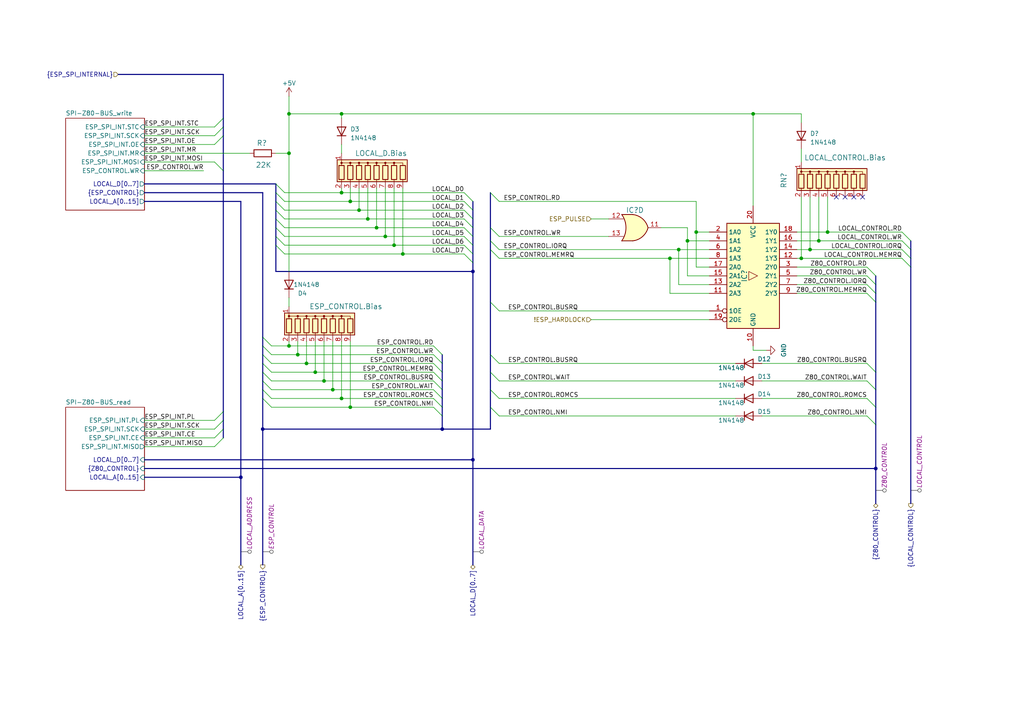
<source format=kicad_sch>
(kicad_sch (version 20230121) (generator eeschema)
  (paper "A4")
  (title_block (title "FujiNet Z80Bus reference design") (date "2023-05-13") (rev "0.1") (company "FujiNet") (comment 2 "SPI Bus to couple the ESP32 to the Local Bus and Z80 Bus"))
  (lib_symbols
    (symbol "74xx:74HC244"
      (property "Reference" "U" (at -7.62 16.51 0))
      (property "Value" "74HC244" (at -7.62 -16.51 0))
      (symbol "74HC244_1_0"
        (polyline (pts (xy 1.27 0) (xy -1.27 1.27) (xy -1.27 -1.27) (xy 1.27 0)) (stroke (width 0.1524)))
        (pin input inverted (at -12.7 -10.16 0) (length 5.08) (name "1OE") (number "1"))
        (pin power_in line (at 0 -20.32 90) (length 5.08) (name "GND") (number "10"))
        (pin input line (at -12.7 -5.08 0) (length 5.08) (name "2A3") (number "11"))
        (pin tri_state line (at 12.7 5.08 180) (length 5.08) (name "1Y3") (number "12"))
        (pin input line (at -12.7 -2.54 0) (length 5.08) (name "2A2") (number "13"))
        (pin tri_state line (at 12.7 7.62 180) (length 5.08) (name "1Y2") (number "14"))
        (pin input line (at -12.7 0 0) (length 5.08) (name "2A1") (number "15"))
        (pin tri_state line (at 12.7 10.16 180) (length 5.08) (name "1Y1") (number "16"))
        (pin input line (at -12.7 2.54 0) (length 5.08) (name "2A0") (number "17"))
        (pin tri_state line (at 12.7 12.7 180) (length 5.08) (name "1Y0") (number "18"))
        (pin input inverted (at -12.7 -12.7 0) (length 5.08) (name "2OE") (number "19"))
        (pin input line (at -12.7 12.7 0) (length 5.08) (name "1A0") (number "2"))
        (pin power_in line (at 0 20.32 270) (length 5.08) (name "VCC") (number "20"))
        (pin tri_state line (at 12.7 2.54 180) (length 5.08) (name "2Y0") (number "3"))
        (pin input line (at -12.7 10.16 0) (length 5.08) (name "1A1") (number "4"))
        (pin tri_state line (at 12.7 0 180) (length 5.08) (name "2Y1") (number "5"))
        (pin input line (at -12.7 7.62 0) (length 5.08) (name "1A2") (number "6"))
        (pin tri_state line (at 12.7 -2.54 180) (length 5.08) (name "2Y2") (number "7"))
        (pin input line (at -12.7 5.08 0) (length 5.08) (name "1A3") (number "8"))
        (pin tri_state line (at 12.7 -5.08 180) (length 5.08) (name "2Y3") (number "9"))
      )
      (symbol "74HC244_1_1"
        (rectangle (start -7.62 15.24) (end 7.62 -15.24) (stroke (width 0.254)) (fill (type background)))
      )
    )
    (symbol "74xx:74LS32" (pin_names (offset 1.016))
      (property "Reference" "U" (at 0 1.27 0))
      (property "Value" "74LS32" (at 0 -1.27 0))
      (symbol "74LS32_1_1"
        (arc (start -3.81 -3.81) (mid -2.589 0) (end -3.81 3.81) (stroke (width 0.254)))
        (arc (start -0.6096 -3.81) (mid 2.1842 -2.5851) (end 3.81 0) (stroke (width 0.254)) (fill (type background)))
        (polyline (pts (xy -3.81 -3.81) (xy -0.635 -3.81)) (stroke (width 0.254)) (fill (type background)))
        (polyline (pts (xy -3.81 3.81) (xy -0.635 3.81)) (stroke (width 0.254)) (fill (type background)))
        (polyline (pts (xy -0.635 3.81) (xy -3.81 3.81) (xy -3.81 3.81) (xy -3.556 3.4036) (xy -3.0226 2.2606) (xy -2.6924 1.0414) (xy -2.6162 -0.254) (xy -2.7686 -1.4986) (xy -3.175 -2.7178) (xy -3.81 -3.81) (xy -3.81 -3.81) (xy -0.635 -3.81)) (stroke (width -25.4)) (fill (type background)))
        (arc (start 3.81 0) (mid 2.1915 2.5936) (end -0.6096 3.81) (stroke (width 0.254)) (fill (type background)))
        (pin input line (at -7.62 2.54 0) (length 4.318) (name "~") (number "1"))
        (pin input line (at -7.62 -2.54 0) (length 4.318) (name "~") (number "2"))
        (pin output line (at 7.62 0 180) (length 3.81) (name "~") (number "3"))
      )
      (symbol "74LS32_1_2"
        (arc (start 0 -3.81) (mid 3.7934 0) (end 0 3.81) (stroke (width 0.254)) (fill (type background)))
        (polyline (pts (xy 0 3.81) (xy -3.81 3.81) (xy -3.81 -3.81) (xy 0 -3.81)) (stroke (width 0.254)) (fill (type background)))
        (pin input inverted (at -7.62 2.54 0) (length 3.81) (name "~") (number "1"))
        (pin input inverted (at -7.62 -2.54 0) (length 3.81) (name "~") (number "2"))
        (pin output inverted (at 7.62 0 180) (length 3.81) (name "~") (number "3"))
      )
      (symbol "74LS32_2_1"
        (arc (start -3.81 -3.81) (mid -2.589 0) (end -3.81 3.81) (stroke (width 0.254)))
        (arc (start -0.6096 -3.81) (mid 2.1842 -2.5851) (end 3.81 0) (stroke (width 0.254)) (fill (type background)))
        (polyline (pts (xy -3.81 -3.81) (xy -0.635 -3.81)) (stroke (width 0.254)) (fill (type background)))
        (polyline (pts (xy -3.81 3.81) (xy -0.635 3.81)) (stroke (width 0.254)) (fill (type background)))
        (polyline (pts (xy -0.635 3.81) (xy -3.81 3.81) (xy -3.81 3.81) (xy -3.556 3.4036) (xy -3.0226 2.2606) (xy -2.6924 1.0414) (xy -2.6162 -0.254) (xy -2.7686 -1.4986) (xy -3.175 -2.7178) (xy -3.81 -3.81) (xy -3.81 -3.81) (xy -0.635 -3.81)) (stroke (width -25.4)) (fill (type background)))
        (arc (start 3.81 0) (mid 2.1915 2.5936) (end -0.6096 3.81) (stroke (width 0.254)) (fill (type background)))
        (pin input line (at -7.62 2.54 0) (length 4.318) (name "~") (number "4"))
        (pin input line (at -7.62 -2.54 0) (length 4.318) (name "~") (number "5"))
        (pin output line (at 7.62 0 180) (length 3.81) (name "~") (number "6"))
      )
      (symbol "74LS32_2_2"
        (arc (start 0 -3.81) (mid 3.7934 0) (end 0 3.81) (stroke (width 0.254)) (fill (type background)))
        (polyline (pts (xy 0 3.81) (xy -3.81 3.81) (xy -3.81 -3.81) (xy 0 -3.81)) (stroke (width 0.254)) (fill (type background)))
        (pin input inverted (at -7.62 2.54 0) (length 3.81) (name "~") (number "4"))
        (pin input inverted (at -7.62 -2.54 0) (length 3.81) (name "~") (number "5"))
        (pin output inverted (at 7.62 0 180) (length 3.81) (name "~") (number "6"))
      )
      (symbol "74LS32_3_1"
        (arc (start -3.81 -3.81) (mid -2.589 0) (end -3.81 3.81) (stroke (width 0.254)))
        (arc (start -0.6096 -3.81) (mid 2.1842 -2.5851) (end 3.81 0) (stroke (width 0.254)) (fill (type background)))
        (polyline (pts (xy -3.81 -3.81) (xy -0.635 -3.81)) (stroke (width 0.254)) (fill (type background)))
        (polyline (pts (xy -3.81 3.81) (xy -0.635 3.81)) (stroke (width 0.254)) (fill (type background)))
        (polyline (pts (xy -0.635 3.81) (xy -3.81 3.81) (xy -3.81 3.81) (xy -3.556 3.4036) (xy -3.0226 2.2606) (xy -2.6924 1.0414) (xy -2.6162 -0.254) (xy -2.7686 -1.4986) (xy -3.175 -2.7178) (xy -3.81 -3.81) (xy -3.81 -3.81) (xy -0.635 -3.81)) (stroke (width -25.4)) (fill (type background)))
        (arc (start 3.81 0) (mid 2.1915 2.5936) (end -0.6096 3.81) (stroke (width 0.254)) (fill (type background)))
        (pin input line (at -7.62 -2.54 0) (length 4.318) (name "~") (number "10"))
        (pin output line (at 7.62 0 180) (length 3.81) (name "~") (number "8"))
        (pin input line (at -7.62 2.54 0) (length 4.318) (name "~") (number "9"))
      )
      (symbol "74LS32_3_2"
        (arc (start 0 -3.81) (mid 3.7934 0) (end 0 3.81) (stroke (width 0.254)) (fill (type background)))
        (polyline (pts (xy 0 3.81) (xy -3.81 3.81) (xy -3.81 -3.81) (xy 0 -3.81)) (stroke (width 0.254)) (fill (type background)))
        (pin input inverted (at -7.62 -2.54 0) (length 3.81) (name "~") (number "10"))
        (pin output inverted (at 7.62 0 180) (length 3.81) (name "~") (number "8"))
        (pin input inverted (at -7.62 2.54 0) (length 3.81) (name "~") (number "9"))
      )
      (symbol "74LS32_4_1"
        (arc (start -3.81 -3.81) (mid -2.589 0) (end -3.81 3.81) (stroke (width 0.254)))
        (arc (start -0.6096 -3.81) (mid 2.1842 -2.5851) (end 3.81 0) (stroke (width 0.254)) (fill (type background)))
        (polyline (pts (xy -3.81 -3.81) (xy -0.635 -3.81)) (stroke (width 0.254)) (fill (type background)))
        (polyline (pts (xy -3.81 3.81) (xy -0.635 3.81)) (stroke (width 0.254)) (fill (type background)))
        (polyline (pts (xy -0.635 3.81) (xy -3.81 3.81) (xy -3.81 3.81) (xy -3.556 3.4036) (xy -3.0226 2.2606) (xy -2.6924 1.0414) (xy -2.6162 -0.254) (xy -2.7686 -1.4986) (xy -3.175 -2.7178) (xy -3.81 -3.81) (xy -3.81 -3.81) (xy -0.635 -3.81)) (stroke (width -25.4)) (fill (type background)))
        (arc (start 3.81 0) (mid 2.1915 2.5936) (end -0.6096 3.81) (stroke (width 0.254)) (fill (type background)))
        (pin output line (at 7.62 0 180) (length 3.81) (name "~") (number "11"))
        (pin input line (at -7.62 2.54 0) (length 4.318) (name "~") (number "12"))
        (pin input line (at -7.62 -2.54 0) (length 4.318) (name "~") (number "13"))
      )
      (symbol "74LS32_4_2"
        (arc (start 0 -3.81) (mid 3.7934 0) (end 0 3.81) (stroke (width 0.254)) (fill (type background)))
        (polyline (pts (xy 0 3.81) (xy -3.81 3.81) (xy -3.81 -3.81) (xy 0 -3.81)) (stroke (width 0.254)) (fill (type background)))
        (pin output inverted (at 7.62 0 180) (length 3.81) (name "~") (number "11"))
        (pin input inverted (at -7.62 2.54 0) (length 3.81) (name "~") (number "12"))
        (pin input inverted (at -7.62 -2.54 0) (length 3.81) (name "~") (number "13"))
      )
      (symbol "74LS32_5_0"
        (pin power_in line (at 0 12.7 270) (length 5.08) (name "VCC") (number "14"))
        (pin power_in line (at 0 -12.7 90) (length 5.08) (name "GND") (number "7"))
      )
      (symbol "74LS32_5_1"
        (rectangle (start -5.08 7.62) (end 5.08 -7.62) (stroke (width 0.254)) (fill (type background)))
      )
    )
    (symbol "Device:D" (pin_numbers hide) (pin_names (offset 1.016) hide)
      (property "Reference" "D" (at 0 2.54 0))
      (property "Value" "D" (at 0 -2.54 0))
      (symbol "D_0_1"
        (polyline (pts (xy -1.27 1.27) (xy -1.27 -1.27)) (stroke (width 0.254)))
        (polyline (pts (xy 1.27 0) (xy -1.27 0)))
        (polyline (pts (xy 1.27 1.27) (xy 1.27 -1.27) (xy -1.27 0) (xy 1.27 1.27)) (stroke (width 0.254)))
      )
      (symbol "D_1_1"
        (pin passive line (at -3.81 0 0) (length 2.54) (name "K") (number "1"))
        (pin passive line (at 3.81 0 180) (length 2.54) (name "A") (number "2"))
      )
    )
    (symbol "Device:R" (pin_numbers hide) (pin_names (offset 0))
      (property "Reference" "R" (at 2.032 0 90))
      (property "Value" "R" (at 0 0 90))
      (symbol "R_0_1"
        (rectangle (start -1.016 -2.54) (end 1.016 2.54) (stroke (width 0.254)))
      )
      (symbol "R_1_1"
        (pin passive line (at 0 3.81 270) (length 1.27) (name "~") (number "1"))
        (pin passive line (at 0 -3.81 90) (length 1.27) (name "~") (number "2"))
      )
    )
    (symbol "Device:R_Network08" (pin_names (offset 0) hide)
      (property "Reference" "RN" (at -12.7 0 90))
      (property "Value" "R_Network08" (at 10.16 0 90))
      (symbol "R_Network08_0_1"
        (rectangle (start -11.43 -3.175) (end 8.89 3.175) (stroke (width 0.254)) (fill (type background)))
        (rectangle (start -10.922 1.524) (end -9.398 -2.54) (stroke (width 0.254)))
        (circle (center -10.16 2.286) (radius 0.254) (fill (type outline)))
        (rectangle (start -8.382 1.524) (end -6.858 -2.54) (stroke (width 0.254)))
        (circle (center -7.62 2.286) (radius 0.254) (fill (type outline)))
        (rectangle (start -5.842 1.524) (end -4.318 -2.54) (stroke (width 0.254)))
        (circle (center -5.08 2.286) (radius 0.254) (fill (type outline)))
        (rectangle (start -3.302 1.524) (end -1.778 -2.54) (stroke (width 0.254)))
        (circle (center -2.54 2.286) (radius 0.254) (fill (type outline)))
        (rectangle (start -0.762 1.524) (end 0.762 -2.54) (stroke (width 0.254)))
        (polyline (pts (xy -10.16 -2.54) (xy -10.16 -3.81)))
        (polyline (pts (xy -7.62 -2.54) (xy -7.62 -3.81)))
        (polyline (pts (xy -5.08 -2.54) (xy -5.08 -3.81)))
        (polyline (pts (xy -2.54 -2.54) (xy -2.54 -3.81)))
        (polyline (pts (xy 0 -2.54) (xy 0 -3.81)))
        (polyline (pts (xy 2.54 -2.54) (xy 2.54 -3.81)))
        (polyline (pts (xy 5.08 -2.54) (xy 5.08 -3.81)))
        (polyline (pts (xy 7.62 -2.54) (xy 7.62 -3.81)))
        (polyline (pts (xy -10.16 1.524) (xy -10.16 2.286) (xy -7.62 2.286) (xy -7.62 1.524)))
        (polyline (pts (xy -7.62 1.524) (xy -7.62 2.286) (xy -5.08 2.286) (xy -5.08 1.524)))
        (polyline (pts (xy -5.08 1.524) (xy -5.08 2.286) (xy -2.54 2.286) (xy -2.54 1.524)))
        (polyline (pts (xy -2.54 1.524) (xy -2.54 2.286) (xy 0 2.286) (xy 0 1.524)))
        (polyline (pts (xy 0 1.524) (xy 0 2.286) (xy 2.54 2.286) (xy 2.54 1.524)))
        (polyline (pts (xy 2.54 1.524) (xy 2.54 2.286) (xy 5.08 2.286) (xy 5.08 1.524)))
        (polyline (pts (xy 5.08 1.524) (xy 5.08 2.286) (xy 7.62 2.286) (xy 7.62 1.524)))
        (circle (center 0 2.286) (radius 0.254) (fill (type outline)))
        (rectangle (start 1.778 1.524) (end 3.302 -2.54) (stroke (width 0.254)))
        (circle (center 2.54 2.286) (radius 0.254) (fill (type outline)))
        (rectangle (start 4.318 1.524) (end 5.842 -2.54) (stroke (width 0.254)))
        (circle (center 5.08 2.286) (radius 0.254) (fill (type outline)))
        (rectangle (start 6.858 1.524) (end 8.382 -2.54) (stroke (width 0.254)))
      )
      (symbol "R_Network08_1_1"
        (pin passive line (at -10.16 5.08 270) (length 2.54) (name "common") (number "1"))
        (pin passive line (at -10.16 -5.08 90) (length 1.27) (name "R1") (number "2"))
        (pin passive line (at -7.62 -5.08 90) (length 1.27) (name "R2") (number "3"))
        (pin passive line (at -5.08 -5.08 90) (length 1.27) (name "R3") (number "4"))
        (pin passive line (at -2.54 -5.08 90) (length 1.27) (name "R4") (number "5"))
        (pin passive line (at 0 -5.08 90) (length 1.27) (name "R5") (number "6"))
        (pin passive line (at 2.54 -5.08 90) (length 1.27) (name "R6") (number "7"))
        (pin passive line (at 5.08 -5.08 90) (length 1.27) (name "R7") (number "8"))
        (pin passive line (at 7.62 -5.08 90) (length 1.27) (name "R8") (number "9"))
      )
    )
    (symbol "power:+5V" (power) (pin_names (offset 0))
      (property "Value" "+5V" (at 0 3.556 0))
      (symbol "+5V_0_1"
        (polyline (pts (xy -0.762 1.27) (xy 0 2.54)))
        (polyline (pts (xy 0 0) (xy 0 2.54)))
        (polyline (pts (xy 0 2.54) (xy 0.762 1.27)))
      )
      (symbol "+5V_1_1"
        (pin power_in line (at 0 0 90) (length 0) hide (name "+5V") (number "1"))
      )
    )
    (symbol "power:GND" (power) (pin_names (offset 0))
      (property "Value" "GND" (at 0 -3.81 0))
      (symbol "GND_0_1"
        (polyline (pts (xy 0 0) (xy 0 -1.27) (xy 1.27 -1.27) (xy 0 -2.54) (xy -1.27 -1.27) (xy 0 -1.27)))
      )
      (symbol "GND_1_1"
        (pin power_in line (at 0 0 270) (length 0) hide (name "GND") (number "1"))
      )
    )
  )
  (bus_alias "ESP_SPI_INTERNAL" (members "ESP_SPI_INT.MOSI" "ESP_SPI_INT.SCK" "ESP_SPI_INT.MR" "ESP_SPI_INT.STC" "ESP_SPI_INT.CE" "ESP_SPI_INT.PL" "ESP_SPI_INT.MISO" "ESP_SPI_INT.OE" ""))
  (bus_alias "LOCAL_CONTROL" (members "LOCAL_CONTROL.RD" "LOCAL_CONTROL.WR" "LOCAL_CONTROL.IORQ" "LOCAL_CONTROL.MEMRQ"))
  (bus_alias "ESP_CONTROL" (members "ESP_CONTROL.RD" "ESP_CONTROL.WR" "ESP_CONTROL.IORQ" "ESP_CONTROL.MEMRQ" "ESP_CONTROL.BUSRQ" "ESP_CONTROL.WAIT" "ESP_CONTROL.ROMCS" "ESP_CONTROL.NMI"))
  (junction (at 99.06 55.88))
  (junction (at 116.84 73.66))
  (junction (at 101.6 58.42))
  (junction (at 83.82 100.33))
  (junction (at 114.3 71.12))
  (junction (at 101.6 118.11))
  (junction (at 194.31 74.93))
  (junction (at 69.85 138.43))
  (junction (at 96.52 113.03))
  (junction (at 201.93 67.31))
  (junction (at 83.82 44.45))
  (junction (at 88.9 105.41))
  (junction (at 234.95 72.39))
  (junction (at 106.68 63.5))
  (junction (at 99.06 33.02))
  (junction (at 196.85 72.39))
  (junction (at 199.39 69.85))
  (junction (at 137.16 78.74))
  (junction (at 104.14 60.96))
  (junction (at 109.22 66.04))
  (junction (at 111.76 68.58))
  (junction (at 76.2 124.46))
  (junction (at 93.98 110.49))
  (junction (at 240.03 67.31))
  (junction (at 137.16 133.35))
  (junction (at 232.41 74.93))
  (junction (at 99.06 115.57))
  (junction (at 86.36 102.87))
  (junction (at 237.49 69.85))
  (junction (at 91.44 107.95))
  (junction (at 218.44 33.02))
  (junction (at 254 135.89))
  (junction (at 128.27 124.46))
  (junction (at 83.82 33.02))
  (no_connect (at 250.19 57.15))
  (no_connect (at 245.11 57.15))
  (no_connect (at 247.65 57.15))
  (no_connect (at 242.57 57.15))
  (bus_entry (at 62.23 127) (size 2.54 -2.54))
  (bus_entry (at 80.01 63.5) (size 2.54 2.54))
  (bus_entry (at 134.62 73.66) (size 2.54 2.54))
  (bus_entry (at 76.2 97.79) (size 2.54 2.54))
  (bus_entry (at 251.46 82.55) (size 2.54 2.54))
  (bus_entry (at 76.2 110.49) (size 2.54 2.54))
  (bus_entry (at 142.24 107.95) (size 2.54 2.54))
  (bus_entry (at 134.62 66.04) (size 2.54 2.54))
  (bus_entry (at 76.2 105.41) (size 2.54 2.54))
  (bus_entry (at 251.46 105.41) (size 2.54 2.54))
  (bus_entry (at 142.24 87.63) (size 2.54 2.54))
  (bus_entry (at 80.01 71.12) (size 2.54 2.54))
  (bus_entry (at 125.73 100.33) (size 2.54 2.54))
  (bus_entry (at 125.73 110.49) (size 2.54 2.54))
  (bus_entry (at 80.01 68.58) (size 2.54 2.54))
  (bus_entry (at 261.62 74.93) (size 2.54 2.54))
  (bus_entry (at 261.62 69.85) (size 2.54 2.54))
  (bus_entry (at 142.24 55.88) (size 2.54 2.54))
  (bus_entry (at 80.01 58.42) (size 2.54 2.54))
  (bus_entry (at 125.73 118.11) (size 2.54 2.54))
  (bus_entry (at 142.24 66.04) (size 2.54 2.54))
  (bus_entry (at 134.62 58.42) (size 2.54 2.54))
  (bus_entry (at 125.73 105.41) (size 2.54 2.54))
  (bus_entry (at 261.62 72.39) (size 2.54 2.54))
  (bus_entry (at 251.46 77.47) (size 2.54 2.54))
  (bus_entry (at 62.23 129.54) (size 2.54 -2.54))
  (bus_entry (at 142.24 69.85) (size 2.54 2.54))
  (bus_entry (at 62.23 121.92) (size 2.54 -2.54))
  (bus_entry (at 134.62 55.88) (size 2.54 2.54))
  (bus_entry (at 142.24 118.11) (size 2.54 2.54))
  (bus_entry (at 134.62 71.12) (size 2.54 2.54))
  (bus_entry (at 125.73 107.95) (size 2.54 2.54))
  (bus_entry (at 64.77 34.29) (size -2.54 2.54))
  (bus_entry (at 80.01 53.34) (size 2.54 2.54))
  (bus_entry (at 80.01 66.04) (size 2.54 2.54))
  (bus_entry (at 80.01 60.96) (size 2.54 2.54))
  (bus_entry (at 251.46 80.01) (size 2.54 2.54))
  (bus_entry (at 76.2 115.57) (size 2.54 2.54))
  (bus_entry (at 251.46 115.57) (size 2.54 2.54))
  (bus_entry (at 261.62 67.31) (size 2.54 2.54))
  (bus_entry (at 76.2 102.87) (size 2.54 2.54))
  (bus_entry (at 142.24 72.39) (size 2.54 2.54))
  (bus_entry (at 62.23 124.46) (size 2.54 -2.54))
  (bus_entry (at 125.73 115.57) (size 2.54 2.54))
  (bus_entry (at 134.62 60.96) (size 2.54 2.54))
  (bus_entry (at 76.2 107.95) (size 2.54 2.54))
  (bus_entry (at 134.62 63.5) (size 2.54 2.54))
  (bus_entry (at 64.77 36.83) (size -2.54 2.54))
  (bus_entry (at 142.24 102.87) (size 2.54 2.54))
  (bus_entry (at 125.73 102.87) (size 2.54 2.54))
  (bus_entry (at 134.62 68.58) (size 2.54 2.54))
  (bus_entry (at 76.2 100.33) (size 2.54 2.54))
  (bus_entry (at 251.46 85.09) (size 2.54 2.54))
  (bus_entry (at 125.73 113.03) (size 2.54 2.54))
  (bus_entry (at 76.2 113.03) (size 2.54 2.54))
  (bus_entry (at 142.24 113.03) (size 2.54 2.54))
  (bus_entry (at 64.77 39.37) (size -2.54 2.54))
  (bus_entry (at 251.46 110.49) (size 2.54 2.54))
  (bus_entry (at 62.23 46.99) (size 2.54 2.54))
  (bus_entry (at 251.46 120.65) (size 2.54 2.54))
  (bus_entry (at 80.01 55.88) (size 2.54 2.54))
  (wire (pts (xy 96.52 99.06) (xy 96.52 113.03)))
  (bus (pts (xy 264.16 77.47) (xy 264.16 146.05)))
  (wire (pts (xy 41.91 129.54) (xy 62.23 129.54)))
  (wire (pts (xy 222.25 101.6) (xy 218.44 101.6)))
  (bus (pts (xy 76.2 124.46) (xy 76.2 163.83)))
  (bus (pts (xy 254 146.05) (xy 254 135.89)))
  (bus (pts (xy 142.24 118.11) (xy 142.24 124.46)))
  (bus (pts (xy 80.01 71.12) (xy 80.01 78.74)))
  (bus (pts (xy 254 123.19) (xy 254 118.11)))
  (bus (pts (xy 76.2 100.33) (xy 76.2 102.87)))
  (bus (pts (xy 76.2 105.41) (xy 76.2 107.95)))
  (wire (pts (xy 199.39 69.85) (xy 205.74 69.85)))
  (wire (pts (xy 116.84 73.66) (xy 116.84 54.61)))
  (wire (pts (xy 99.06 115.57) (xy 125.73 115.57)))
  (wire (pts (xy 93.98 99.06) (xy 93.98 110.49)))
  (wire (pts (xy 109.22 66.04) (xy 109.22 54.61)))
  (bus (pts (xy 64.77 124.46) (xy 64.77 127)))
  (bus (pts (xy 41.91 53.34) (xy 80.01 53.34)))
  (wire (pts (xy 93.98 110.49) (xy 78.74 110.49)))
  (bus (pts (xy 76.2 97.79) (xy 76.2 100.33)))
  (wire (pts (xy 82.55 63.5) (xy 106.68 63.5)))
  (wire (pts (xy 114.3 71.12) (xy 114.3 54.61)))
  (wire (pts (xy 194.31 85.09) (xy 194.31 74.93)))
  (wire (pts (xy 231.14 77.47) (xy 251.46 77.47)))
  (wire (pts (xy 104.14 60.96) (xy 104.14 54.61)))
  (wire (pts (xy 83.82 33.02) (xy 83.82 44.45)))
  (wire (pts (xy 196.85 82.55) (xy 205.74 82.55)))
  (wire (pts (xy 144.78 105.41) (xy 213.36 105.41)))
  (wire (pts (xy 101.6 118.11) (xy 125.73 118.11)))
  (bus (pts (xy 41.91 55.88) (xy 76.2 55.88)))
  (wire (pts (xy 99.06 115.57) (xy 78.74 115.57)))
  (wire (pts (xy 82.55 60.96) (xy 104.14 60.96)))
  (wire (pts (xy 82.55 55.88) (xy 99.06 55.88)))
  (bus (pts (xy 128.27 110.49) (xy 128.27 113.03)))
  (wire (pts (xy 134.62 73.66) (xy 116.84 73.66)))
  (bus (pts (xy 137.16 71.12) (xy 137.16 73.66)))
  (bus (pts (xy 76.2 102.87) (xy 76.2 105.41)))
  (wire (pts (xy 196.85 72.39) (xy 205.74 72.39)))
  (bus (pts (xy 41.91 135.89) (xy 254 135.89)))
  (wire (pts (xy 59.055 49.53) (xy 41.91 49.53)))
  (wire (pts (xy 234.95 72.39) (xy 234.95 57.15)))
  (bus (pts (xy 137.16 78.74) (xy 137.16 133.35)))
  (wire (pts (xy 83.82 99.06) (xy 83.82 100.33)))
  (wire (pts (xy 194.31 85.09) (xy 205.74 85.09)))
  (bus (pts (xy 137.16 76.2) (xy 137.16 78.74)))
  (bus (pts (xy 128.27 102.87) (xy 128.27 105.41)))
  (wire (pts (xy 231.14 67.31) (xy 240.03 67.31)))
  (bus (pts (xy 41.91 138.43) (xy 69.85 138.43)))
  (wire (pts (xy 196.85 82.55) (xy 196.85 72.39)))
  (wire (pts (xy 96.52 113.03) (xy 78.74 113.03)))
  (wire (pts (xy 240.03 67.31) (xy 261.62 67.31)))
  (bus (pts (xy 137.16 58.42) (xy 137.16 60.96)))
  (wire (pts (xy 144.78 110.49) (xy 213.36 110.49)))
  (bus (pts (xy 137.16 60.96) (xy 137.16 63.5)))
  (wire (pts (xy 144.78 90.17) (xy 205.74 90.17)))
  (wire (pts (xy 199.39 80.01) (xy 199.39 69.85)))
  (bus (pts (xy 137.16 66.04) (xy 137.16 68.58)))
  (wire (pts (xy 41.91 36.83) (xy 62.23 36.83)))
  (wire (pts (xy 101.6 99.06) (xy 101.6 118.11)))
  (bus (pts (xy 69.85 138.43) (xy 69.85 163.83)))
  (bus (pts (xy 76.2 107.95) (xy 76.2 110.49)))
  (wire (pts (xy 237.49 69.85) (xy 237.49 57.15)))
  (wire (pts (xy 93.98 110.49) (xy 125.73 110.49)))
  (wire (pts (xy 83.82 27.94) (xy 83.82 33.02)))
  (wire (pts (xy 232.41 74.93) (xy 261.62 74.93)))
  (bus (pts (xy 80.01 78.74) (xy 137.16 78.74)))
  (wire (pts (xy 240.03 67.31) (xy 240.03 57.15)))
  (bus (pts (xy 142.24 69.85) (xy 142.24 72.39)))
  (wire (pts (xy 220.98 110.49) (xy 251.46 110.49)))
  (wire (pts (xy 144.78 115.57) (xy 213.36 115.57)))
  (wire (pts (xy 91.44 107.95) (xy 78.74 107.95)))
  (wire (pts (xy 99.06 41.91) (xy 99.06 44.45)))
  (wire (pts (xy 144.78 68.58) (xy 176.53 68.58)))
  (bus (pts (xy 142.24 113.03) (xy 142.24 118.11)))
  (bus (pts (xy 69.85 58.42) (xy 69.85 138.43)))
  (bus (pts (xy 64.77 36.83) (xy 64.77 39.37)))
  (wire (pts (xy 218.44 33.02) (xy 218.44 59.69)))
  (bus (pts (xy 128.27 118.11) (xy 128.27 120.65)))
  (wire (pts (xy 220.98 115.57) (xy 251.46 115.57)))
  (wire (pts (xy 86.36 102.87) (xy 86.36 99.06)))
  (bus (pts (xy 80.01 66.04) (xy 80.01 68.58)))
  (bus (pts (xy 128.27 115.57) (xy 128.27 118.11)))
  (bus (pts (xy 128.27 120.65) (xy 128.27 124.46)))
  (wire (pts (xy 83.82 44.45) (xy 83.82 78.74)))
  (bus (pts (xy 254 87.63) (xy 254 107.95)))
  (wire (pts (xy 82.55 66.04) (xy 109.22 66.04)))
  (wire (pts (xy 99.06 54.61) (xy 99.06 55.88)))
  (bus (pts (xy 76.2 115.57) (xy 76.2 124.46)))
  (wire (pts (xy 106.68 63.5) (xy 106.68 54.61)))
  (bus (pts (xy 142.24 55.88) (xy 142.24 66.04)))
  (bus (pts (xy 64.77 49.53) (xy 64.77 119.38)))
  (bus (pts (xy 142.24 107.95) (xy 142.24 113.03)))
  (wire (pts (xy 199.39 80.01) (xy 205.74 80.01)))
  (bus (pts (xy 80.01 58.42) (xy 80.01 60.96)))
  (wire (pts (xy 88.9 105.41) (xy 125.73 105.41)))
  (wire (pts (xy 201.93 67.31) (xy 205.74 67.31)))
  (wire (pts (xy 101.6 118.11) (xy 78.74 118.11)))
  (wire (pts (xy 220.98 120.65) (xy 251.46 120.65)))
  (wire (pts (xy 41.91 44.45) (xy 72.39 44.45)))
  (wire (pts (xy 41.91 121.92) (xy 62.23 121.92)))
  (bus (pts (xy 64.77 39.37) (xy 64.77 49.53)))
  (wire (pts (xy 99.06 99.06) (xy 99.06 115.57)))
  (wire (pts (xy 101.6 58.42) (xy 101.6 54.61)))
  (wire (pts (xy 86.36 102.87) (xy 125.73 102.87)))
  (wire (pts (xy 99.06 33.02) (xy 218.44 33.02)))
  (wire (pts (xy 134.62 60.96) (xy 104.14 60.96)))
  (wire (pts (xy 201.93 58.42) (xy 201.93 67.31)))
  (wire (pts (xy 83.82 100.33) (xy 78.74 100.33)))
  (wire (pts (xy 88.9 105.41) (xy 78.74 105.41)))
  (wire (pts (xy 83.82 100.33) (xy 125.73 100.33)))
  (wire (pts (xy 83.82 86.36) (xy 83.82 88.9)))
  (wire (pts (xy 134.62 66.04) (xy 109.22 66.04)))
  (bus (pts (xy 142.24 66.04) (xy 142.24 69.85)))
  (bus (pts (xy 142.24 124.46) (xy 128.27 124.46)))
  (wire (pts (xy 231.14 74.93) (xy 232.41 74.93)))
  (bus (pts (xy 80.01 68.58) (xy 80.01 71.12)))
  (wire (pts (xy 82.55 71.12) (xy 114.3 71.12)))
  (bus (pts (xy 76.2 113.03) (xy 76.2 115.57)))
  (bus (pts (xy 64.77 121.92) (xy 64.77 124.46)))
  (bus (pts (xy 76.2 55.88) (xy 76.2 97.79)))
  (wire (pts (xy 201.93 77.47) (xy 205.74 77.47)))
  (wire (pts (xy 134.62 68.58) (xy 111.76 68.58)))
  (wire (pts (xy 144.78 120.65) (xy 213.36 120.65)))
  (wire (pts (xy 82.55 58.42) (xy 101.6 58.42)))
  (wire (pts (xy 218.44 101.6) (xy 218.44 100.33)))
  (wire (pts (xy 91.44 99.06) (xy 91.44 107.95)))
  (bus (pts (xy 80.01 53.34) (xy 80.01 55.88)))
  (wire (pts (xy 96.52 113.03) (xy 125.73 113.03)))
  (wire (pts (xy 82.55 73.66) (xy 116.84 73.66)))
  (bus (pts (xy 128.27 105.41) (xy 128.27 107.95)))
  (wire (pts (xy 41.91 124.46) (xy 62.23 124.46)))
  (wire (pts (xy 41.91 46.99) (xy 62.23 46.99)))
  (bus (pts (xy 128.27 113.03) (xy 128.27 115.57)))
  (bus (pts (xy 254 107.95) (xy 254 113.03)))
  (wire (pts (xy 134.62 55.88) (xy 99.06 55.88)))
  (wire (pts (xy 231.14 69.85) (xy 237.49 69.85)))
  (wire (pts (xy 234.95 72.39) (xy 261.62 72.39)))
  (bus (pts (xy 41.91 133.35) (xy 137.16 133.35)))
  (wire (pts (xy 231.14 80.01) (xy 251.46 80.01)))
  (wire (pts (xy 196.85 72.39) (xy 144.78 72.39)))
  (wire (pts (xy 191.77 66.04) (xy 199.39 66.04)))
  (wire (pts (xy 237.49 69.85) (xy 261.62 69.85)))
  (bus (pts (xy 80.01 60.96) (xy 80.01 63.5)))
  (bus (pts (xy 137.16 63.5) (xy 137.16 66.04)))
  (bus (pts (xy 64.77 21.59) (xy 64.77 34.29)))
  (wire (pts (xy 91.44 107.95) (xy 125.73 107.95)))
  (wire (pts (xy 194.31 74.93) (xy 144.78 74.93)))
  (bus (pts (xy 142.24 87.63) (xy 142.24 102.87)))
  (wire (pts (xy 232.41 43.18) (xy 232.41 46.99)))
  (wire (pts (xy 111.76 68.58) (xy 111.76 54.61)))
  (wire (pts (xy 199.39 66.04) (xy 199.39 69.85)))
  (wire (pts (xy 218.44 33.02) (xy 232.41 33.02)))
  (bus (pts (xy 142.24 72.39) (xy 142.24 87.63)))
  (bus (pts (xy 137.16 68.58) (xy 137.16 71.12)))
  (bus (pts (xy 254 80.01) (xy 254 82.55)))
  (wire (pts (xy 231.14 82.55) (xy 251.46 82.55)))
  (bus (pts (xy 80.01 63.5) (xy 80.01 66.04)))
  (wire (pts (xy 134.62 63.5) (xy 106.68 63.5)))
  (wire (pts (xy 86.36 102.87) (xy 78.74 102.87)))
  (bus (pts (xy 137.16 73.66) (xy 137.16 76.2)))
  (bus (pts (xy 142.24 102.87) (xy 142.24 107.95)))
  (bus (pts (xy 64.77 119.38) (xy 64.77 121.92)))
  (wire (pts (xy 134.62 58.42) (xy 101.6 58.42)))
  (wire (pts (xy 176.53 63.5) (xy 171.45 63.5)))
  (wire (pts (xy 83.82 33.02) (xy 99.06 33.02)))
  (wire (pts (xy 82.55 68.58) (xy 111.76 68.58)))
  (bus (pts (xy 254 113.03) (xy 254 118.11)))
  (bus (pts (xy 254 135.89) (xy 254 123.19)))
  (bus (pts (xy 76.2 110.49) (xy 76.2 113.03)))
  (wire (pts (xy 231.14 72.39) (xy 234.95 72.39)))
  (wire (pts (xy 201.93 58.42) (xy 144.78 58.42)))
  (wire (pts (xy 232.41 35.56) (xy 232.41 33.02)))
  (wire (pts (xy 80.01 44.45) (xy 83.82 44.45)))
  (wire (pts (xy 171.45 92.71) (xy 205.74 92.71)))
  (wire (pts (xy 134.62 71.12) (xy 114.3 71.12)))
  (bus (pts (xy 80.01 55.88) (xy 80.01 58.42)))
  (bus (pts (xy 264.16 77.47) (xy 264.16 74.93)))
  (wire (pts (xy 41.91 39.37) (xy 62.23 39.37)))
  (wire (pts (xy 99.06 33.02) (xy 99.06 34.29)))
  (wire (pts (xy 88.9 99.06) (xy 88.9 105.41)))
  (bus (pts (xy 254 82.55) (xy 254 85.09)))
  (bus (pts (xy 41.91 58.42) (xy 69.85 58.42)))
  (wire (pts (xy 41.91 127) (xy 62.23 127)))
  (bus (pts (xy 76.2 124.46) (xy 128.27 124.46)))
  (wire (pts (xy 232.41 74.93) (xy 232.41 57.15)))
  (wire (pts (xy 41.91 41.91) (xy 62.23 41.91)))
  (bus (pts (xy 137.16 133.35) (xy 137.16 163.83)))
  (wire (pts (xy 194.31 74.93) (xy 205.74 74.93)))
  (bus (pts (xy 64.77 34.29) (xy 64.77 36.83)))
  (bus (pts (xy 254 85.09) (xy 254 87.63)))
  (wire (pts (xy 231.14 85.09) (xy 251.46 85.09)))
  (wire (pts (xy 220.98 105.41) (xy 251.46 105.41)))
  (wire (pts (xy 201.93 67.31) (xy 201.93 77.47)))
  (bus (pts (xy 264.16 72.39) (xy 264.16 69.85)))
  (bus (pts (xy 34.29 21.59) (xy 64.77 21.59)))
  (bus (pts (xy 264.16 74.93) (xy 264.16 72.39)))
  (bus (pts (xy 128.27 107.95) (xy 128.27 110.49)))
  (label "ESP_SPI_INT.STC" (at 41.91 36.83 0))
  (label "LOCAL_D5" (at 134.62 68.58 180))
  (label "ESP_CONTROL.IORQ" (at 146.05 72.39 0))
  (label "Z80_CONTROL.WR" (at 251.46 80.01 180))
  (label "LOCAL_CONTROL.IORQ" (at 261.62 72.39 180))
  (label "ESP_CONTROL.RD" (at 125.73 100.33 180))
  (label "Z80_CONTROL.MEMRQ" (at 251.46 85.09 180))
  (label "LOCAL_D7" (at 134.62 73.66 180))
  (label "ESP_CONTROL.BUSRQ" (at 147.32 90.17 0))
  (label "ESP_CONTROL.MEMRQ" (at 125.73 107.95 180))
  (label "LOCAL_D2" (at 134.62 60.96 180))
  (label "LOCAL_D3" (at 134.62 63.5 180))
  (label "Z80_CONTROL.WAIT" (at 251.46 110.49 180))
  (label "ESP_CONTROL.WR" (at 146.05 68.58 0))
  (label "ESP_SPI_INT.CE" (at 41.91 127 0))
  (label "Z80_CONTROL.NMI" (at 251.46 120.65 180))
  (label "ESP_SPI_INT.SCK" (at 41.91 124.46 0))
  (label "LOCAL_CONTROL.RD" (at 261.62 67.31 180))
  (label "Z80_CONTROL.RD" (at 251.46 77.47 180))
  (label "LOCAL_D0" (at 134.62 55.88 180))
  (label "ESP_CONTROL.ROMCS" (at 125.73 115.57 180))
  (label "ESP_SPI_INT.OE" (at 41.91 41.91 0))
  (label "LOCAL_D4" (at 134.62 66.04 180))
  (label "ESP_CONTROL.ROMCS" (at 147.32 115.57 0))
  (label "ESP_CONTROL.WR" (at 59.055 49.53 180))
  (label "ESP_CONTROL.NMI" (at 147.32 120.65 0))
  (label "ESP_CONTROL.RD" (at 146.05 58.42 0))
  (label "LOCAL_CONTROL.MEMRQ" (at 261.62 74.93 180))
  (label "Z80_CONTROL.BUSRQ" (at 251.46 105.41 180))
  (label "ESP_CONTROL.MEMRQ" (at 146.05 74.93 0))
  (label "ESP_CONTROL.IORQ" (at 125.73 105.41 180))
  (label "ESP_CONTROL.BUSRQ" (at 147.32 105.41 0))
  (label "LOCAL_D1" (at 134.62 58.42 180))
  (label "ESP_CONTROL.BUSRQ" (at 125.73 110.49 180))
  (label "ESP_SPI_INT.MISO" (at 41.91 129.54 0))
  (label "LOCAL_CONTROL.WR" (at 261.62 69.85 180))
  (label "Z80_CONTROL.ROMCS" (at 251.46 115.57 180))
  (label "ESP_CONTROL.WAIT" (at 125.73 113.03 180))
  (label "ESP_CONTROL.NMI" (at 125.73 118.11 180))
  (label "ESP_SPI_INT.SCK" (at 41.91 39.37 0))
  (label "Z80_CONTROL.IORQ" (at 251.46 82.55 180))
  (label "ESP_CONTROL.WAIT" (at 147.32 110.49 0))
  (label "ESP_SPI_INT.MR" (at 41.91 44.45 0))
  (label "ESP_SPI_INT.MOSI" (at 41.91 46.99 0))
  (label "ESP_CONTROL.WR" (at 125.73 102.87 180))
  (label "LOCAL_D6" (at 134.62 71.12 180))
  (label "ESP_SPI_INT.PL" (at 41.91 121.92 0))
  (hierarchical_label "{ESP_SPI_INTERNAL}" (shape input) (at 34.29 21.59 180))
  (hierarchical_label "{ESP_CONTROL}" (shape output) (at 76.2 163.83 270))
  (hierarchical_label "LOCAL_A[0..15]" (shape bidirectional) (at 69.85 163.83 270))
  (hierarchical_label "{LOCAL_CONTROL}" (shape output) (at 264.16 146.05 270))
  (hierarchical_label "{Z80_CONTROL}" (shape bidirectional) (at 254 146.05 270))
  (hierarchical_label "!ESP_HARDLOCK" (shape input) (at 171.45 92.71 180))
  (hierarchical_label "LOCAL_D[0..7]" (shape bidirectional) (at 137.16 163.83 270))
  (hierarchical_label "ESP_PULSE" (shape input) (at 171.45 63.5 180))
  (netclass_flag "" (length 2.54) (shape round) (at 69.85 160.02 270) (property "Netclass" "LOCAL_ADDRESS" (at 72.39 159.4104 90) (effects (font italic) (justify left))))
  (netclass_flag "" (length 2.54) (shape round) (at 76.2 160.02 270) (property "Netclass" "ESP_CONTROL" (at 78.74 159.4104 90) (effects (font italic) (justify left))))
  (netclass_flag "" (length 2.54) (shape round) (at 264.16 142.24 270) (property "Netclass" "LOCAL_CONTROL" (at 266.7 141.6304 90) (effects (font italic) (justify left))))
  (netclass_flag "" (length 2.54) (shape round) (at 137.16 160.02 270) (property "Netclass" "LOCAL_DATA" (at 139.7 159.4104 90) (effects (font italic) (justify left))))
  (netclass_flag "" (length 2.54) (shape round) (at 254 142.24 270) (property "Netclass" "Z80_CONTROL" (at 256.54 141.6304 90) (effects (font italic) (justify left))))
  (symbol (lib_id "74xx:74HC244") (at 218.44 80.01 0) (unit 1)
    (property "Reference" "IC?" (at 215.9 80.01 90) (effects (font (size 1.4986 1.4986))))
    (property "Value" "74HC244N" (effects hide))
    (property "Footprint" "Package_DIP:DIP-20_W7.62mm_Socket" (effects hide))
    (property "Datasheet" "https://assets.nexperia.com/documents/data-sheet/74HC_HCT244.pdf" (effects hide))
  )
  (symbol (lib_id "Device:D") (at 217.17 105.41 0) (unit 1)
    (property "Reference" "D12" (at 219.71 104.14 0) (effects (justify left)))
    (property "Value" "1N4148" (at 208.28 106.68 0) (effects (justify left)))
    (property "Footprint" "Diode_THT:D_T-1_P5.08mm_Horizontal" (effects hide))
  )
  (symbol (lib_id "74xx:74LS32") (at 184.15 66.04 0) (unit 4)
    (property "Reference" "IC?" (at 184.15 60.96 0) (effects (font (size 1.4986 1.4986))))
    (property "Value" "74HC32N" (effects hide))
    (property "Footprint" "Package_DIP:DIP-14_W7.62mm_Socket" (effects hide))
    (property "Datasheet" "http://www.ti.com/lit/gpn/sn74LS32" (effects hide))
  )
  (symbol (lib_id "Device:R_Network08") (at 93.98 93.98 0) (unit 1)
    (property "Reference" "ESP_CONTROL.Bias" (at 100.33 88.9 0) (effects (font (size 1.4986 1.4986))))
    (property "Value" "4609M-101-103LF" (effects hide))
    (property "Footprint" "Resistor_THT:R_Array_SIP9" (effects hide))
    (property "Datasheet" "http://www.vishay.com/docs/31509/csc.pdf" (effects hide))
  )
  (symbol (lib_id "Device:R_Network08") (at 109.22 49.53 0) (unit 1)
    (property "Reference" "LOCAL_D.Bias" (at 118.11 44.45 0) (effects (font (size 1.4986 1.4986)) (justify right)))
    (property "Value" "4609M-101-103LF" (effects hide))
    (property "Footprint" "Resistor_THT:R_Array_SIP9" (effects hide))
    (property "Datasheet" "http://www.vishay.com/docs/31509/csc.pdf" (effects hide))
  )
  (symbol (lib_id "Device:D") (at 217.17 110.49 0) (unit 1)
    (property "Reference" "D13" (at 219.71 109.22 0) (effects (justify left)))
    (property "Value" "1N4148" (at 208.28 111.76 0) (effects (justify left)))
    (property "Footprint" "Diode_THT:D_T-1_P5.08mm_Horizontal" (effects hide))
  )
  (symbol (lib_id "Device:R_Network08") (at 242.57 52.07 0) (unit 1)
    (property "Reference" "RN?" (at 227.33 52.324 90) (effects (font (size 1.4986 1.4986))))
    (property "Value" "LOCAL_CONTROL.Bias" (at 245.11 45.72 0) (effects (font (size 1.4986 1.4986))))
    (property "Footprint" "Resistor_THT:R_Array_SIP9" (effects hide))
    (property "Datasheet" "http://www.vishay.com/docs/31509/csc.pdf" (effects hide))
  )
  (symbol (lib_id "power:+5V") (at 83.82 27.94 0) (unit 1)
    (property "Reference" "#PWR018" (effects hide))
    (property "Value" "+5V" (at 83.82 24.13 0))
  )
  (symbol (lib_id "Device:R") (at 76.2 44.45 90) (unit 1)
    (property "Reference" "R?" (at 77.47 40.64 90) (effects (font (size 1.4986 1.4986)) (justify left bottom)))
    (property "Value" "22K" (at 78.74 46.99 90) (effects (font (size 1.4986 1.4986)) (justify left bottom)))
    (property "Footprint" "Resistor_THT:R_Axial_DIN0207_L6.3mm_D2.5mm_P10.16mm_Horizontal" (effects hide))
  )
  (symbol (lib_id "power:GND") (at 222.25 101.6 90) (unit 1)
    (property "Reference" "#PWR016" (effects hide))
    (property "Value" "GND" (at 227.33 101.6 0))
  )
  (symbol (lib_id "Device:D") (at 232.41 39.37 270) (mirror x) (unit 1)
    (property "Reference" "D?" (at 234.95 38.735 90) (effects (justify left)))
    (property "Value" "1N4148" (at 234.95 41.275 90) (effects (justify left)))
    (property "Footprint" "Diode_THT:D_T-1_P5.08mm_Horizontal" (effects hide))
  )
  (symbol (lib_id "Device:D") (at 99.06 38.1 270) (mirror x) (unit 1)
    (property "Reference" "D3" (at 101.6 37.465 90) (effects (justify left)))
    (property "Value" "1N4148" (at 101.6 40.005 90) (effects (justify left)))
    (property "Footprint" "Diode_THT:D_T-1_P5.08mm_Horizontal" (effects hide))
  )
  (symbol (lib_id "Device:D") (at 83.82 82.55 90) (unit 1)
    (property "Reference" "D4" (at 86.36 85.09 90) (effects (justify right)))
    (property "Value" "1N4148" (at 85.09 82.55 90) (effects (justify right)))
    (property "Footprint" "Diode_THT:D_T-1_P5.08mm_Horizontal" (effects hide))
  )
  (symbol (lib_id "Device:D") (at 217.17 120.65 0) (unit 1)
    (property "Reference" "D15" (at 219.71 119.38 0) (effects (justify left)))
    (property "Value" "1N4148" (at 208.28 121.92 0) (effects (justify left)))
    (property "Footprint" "Diode_THT:D_T-1_P5.08mm_Horizontal" (effects hide))
  )
  (symbol (lib_id "Device:D") (at 217.17 115.57 0) (unit 1)
    (property "Reference" "D14" (at 219.71 114.3 0) (effects (justify left)))
    (property "Value" "1N4148" (at 208.28 116.84 0) (effects (justify left)))
    (property "Footprint" "Diode_THT:D_T-1_P5.08mm_Horizontal" (effects hide))
  )
  (sheet (at 19.05 118.11) (size 22.86 24.13) (stroke (width 0.1524))
    (property "Sheetname" "SPI-Z80-BUS_read" (at 19.05 117.3984 0) (effects (justify left bottom)))
    (property "Sheetfile" "SPI-Z80-BUS_read.kicad_sch" (effects hide))
    (pin "{Z80_CONTROL}" input (at 41.91 135.89 0))
    (pin "LOCAL_D[0..7]" input (at 41.91 133.35 0))
    (pin "ESP_SPI_INT.PL" input (at 41.91 121.92 0))
    (pin "ESP_SPI_INT.SCK" input (at 41.91 124.46 0))
    (pin "ESP_SPI_INT.CE" input (at 41.91 127 0))
    (pin "ESP_SPI_INT.MISO" output (at 41.91 129.54 0))
    (pin "LOCAL_A[0..15]" input (at 41.91 138.43 0))
  )
  (sheet (at 19.05 34.29) (size 22.86 26.67) (stroke (width 0.1524))
    (property "Sheetname" "SPI-Z80-BUS_write" (at 19.05 33.5784 0) (effects (justify left bottom)))
    (property "Sheetfile" "SPI-Z80-BUS_write.kicad_sch" (effects hide))
    (pin "LOCAL_A[0..15]" output (at 41.91 58.42 0))
    (pin "LOCAL_D[0..7]" output (at 41.91 53.34 0))
    (pin "{ESP_CONTROL}" output (at 41.91 55.88 0))
    (pin "ESP_SPI_INT.OE" input (at 41.91 41.91 0))
    (pin "ESP_SPI_INT.MOSI" input (at 41.91 46.99 0))
    (pin "ESP_SPI_INT.MR" input (at 41.91 44.45 0))
    (pin "ESP_SPI_INT.SCK" input (at 41.91 39.37 0))
    (pin "ESP_SPI_INT.STC" input (at 41.91 36.83 0))
    (pin "ESP_CONTROL.WR" input (at 41.91 49.53 0))
  )
)
</source>
